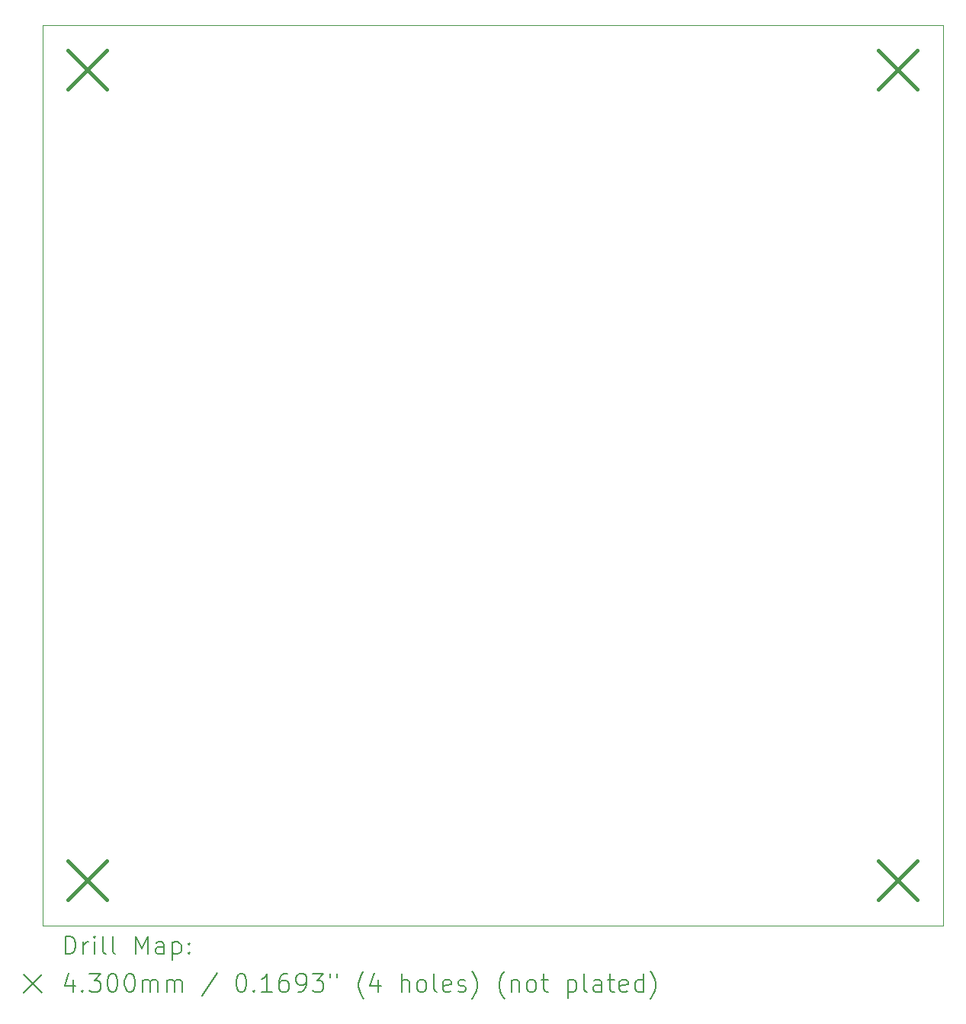
<source format=gbr>
%TF.GenerationSoftware,KiCad,Pcbnew,7.0.3*%
%TF.CreationDate,2023-06-01T17:59:56-04:00*%
%TF.ProjectId,MainModule,4d61696e-4d6f-4647-956c-652e6b696361,rev?*%
%TF.SameCoordinates,Original*%
%TF.FileFunction,Drillmap*%
%TF.FilePolarity,Positive*%
%FSLAX45Y45*%
G04 Gerber Fmt 4.5, Leading zero omitted, Abs format (unit mm)*
G04 Created by KiCad (PCBNEW 7.0.3) date 2023-06-01 17:59:56*
%MOMM*%
%LPD*%
G01*
G04 APERTURE LIST*
%ADD10C,0.100000*%
%ADD11C,0.200000*%
%ADD12C,0.430000*%
G04 APERTURE END LIST*
D10*
X0Y0D02*
X10000000Y0D01*
X10000000Y-10000000D01*
X0Y-10000000D01*
X0Y0D01*
D11*
D12*
X285000Y-285000D02*
X715000Y-715000D01*
X715000Y-285000D02*
X285000Y-715000D01*
X285000Y-9285000D02*
X715000Y-9715000D01*
X715000Y-9285000D02*
X285000Y-9715000D01*
X9285000Y-285000D02*
X9715000Y-715000D01*
X9715000Y-285000D02*
X9285000Y-715000D01*
X9285000Y-9285000D02*
X9715000Y-9715000D01*
X9715000Y-9285000D02*
X9285000Y-9715000D01*
D11*
X255777Y-10316484D02*
X255777Y-10116484D01*
X255777Y-10116484D02*
X303396Y-10116484D01*
X303396Y-10116484D02*
X331967Y-10126008D01*
X331967Y-10126008D02*
X351015Y-10145055D01*
X351015Y-10145055D02*
X360539Y-10164103D01*
X360539Y-10164103D02*
X370062Y-10202198D01*
X370062Y-10202198D02*
X370062Y-10230770D01*
X370062Y-10230770D02*
X360539Y-10268865D01*
X360539Y-10268865D02*
X351015Y-10287912D01*
X351015Y-10287912D02*
X331967Y-10306960D01*
X331967Y-10306960D02*
X303396Y-10316484D01*
X303396Y-10316484D02*
X255777Y-10316484D01*
X455777Y-10316484D02*
X455777Y-10183150D01*
X455777Y-10221246D02*
X465301Y-10202198D01*
X465301Y-10202198D02*
X474824Y-10192674D01*
X474824Y-10192674D02*
X493872Y-10183150D01*
X493872Y-10183150D02*
X512920Y-10183150D01*
X579586Y-10316484D02*
X579586Y-10183150D01*
X579586Y-10116484D02*
X570063Y-10126008D01*
X570063Y-10126008D02*
X579586Y-10135531D01*
X579586Y-10135531D02*
X589110Y-10126008D01*
X589110Y-10126008D02*
X579586Y-10116484D01*
X579586Y-10116484D02*
X579586Y-10135531D01*
X703396Y-10316484D02*
X684348Y-10306960D01*
X684348Y-10306960D02*
X674824Y-10287912D01*
X674824Y-10287912D02*
X674824Y-10116484D01*
X808158Y-10316484D02*
X789110Y-10306960D01*
X789110Y-10306960D02*
X779586Y-10287912D01*
X779586Y-10287912D02*
X779586Y-10116484D01*
X1036729Y-10316484D02*
X1036729Y-10116484D01*
X1036729Y-10116484D02*
X1103396Y-10259341D01*
X1103396Y-10259341D02*
X1170063Y-10116484D01*
X1170063Y-10116484D02*
X1170063Y-10316484D01*
X1351015Y-10316484D02*
X1351015Y-10211722D01*
X1351015Y-10211722D02*
X1341491Y-10192674D01*
X1341491Y-10192674D02*
X1322444Y-10183150D01*
X1322444Y-10183150D02*
X1284348Y-10183150D01*
X1284348Y-10183150D02*
X1265301Y-10192674D01*
X1351015Y-10306960D02*
X1331967Y-10316484D01*
X1331967Y-10316484D02*
X1284348Y-10316484D01*
X1284348Y-10316484D02*
X1265301Y-10306960D01*
X1265301Y-10306960D02*
X1255777Y-10287912D01*
X1255777Y-10287912D02*
X1255777Y-10268865D01*
X1255777Y-10268865D02*
X1265301Y-10249817D01*
X1265301Y-10249817D02*
X1284348Y-10240293D01*
X1284348Y-10240293D02*
X1331967Y-10240293D01*
X1331967Y-10240293D02*
X1351015Y-10230770D01*
X1446253Y-10183150D02*
X1446253Y-10383150D01*
X1446253Y-10192674D02*
X1465301Y-10183150D01*
X1465301Y-10183150D02*
X1503396Y-10183150D01*
X1503396Y-10183150D02*
X1522443Y-10192674D01*
X1522443Y-10192674D02*
X1531967Y-10202198D01*
X1531967Y-10202198D02*
X1541491Y-10221246D01*
X1541491Y-10221246D02*
X1541491Y-10278389D01*
X1541491Y-10278389D02*
X1531967Y-10297436D01*
X1531967Y-10297436D02*
X1522443Y-10306960D01*
X1522443Y-10306960D02*
X1503396Y-10316484D01*
X1503396Y-10316484D02*
X1465301Y-10316484D01*
X1465301Y-10316484D02*
X1446253Y-10306960D01*
X1627205Y-10297436D02*
X1636729Y-10306960D01*
X1636729Y-10306960D02*
X1627205Y-10316484D01*
X1627205Y-10316484D02*
X1617682Y-10306960D01*
X1617682Y-10306960D02*
X1627205Y-10297436D01*
X1627205Y-10297436D02*
X1627205Y-10316484D01*
X1627205Y-10192674D02*
X1636729Y-10202198D01*
X1636729Y-10202198D02*
X1627205Y-10211722D01*
X1627205Y-10211722D02*
X1617682Y-10202198D01*
X1617682Y-10202198D02*
X1627205Y-10192674D01*
X1627205Y-10192674D02*
X1627205Y-10211722D01*
X-205000Y-10545000D02*
X-5000Y-10745000D01*
X-5000Y-10545000D02*
X-205000Y-10745000D01*
X341491Y-10603150D02*
X341491Y-10736484D01*
X293872Y-10526960D02*
X246253Y-10669817D01*
X246253Y-10669817D02*
X370062Y-10669817D01*
X446253Y-10717436D02*
X455777Y-10726960D01*
X455777Y-10726960D02*
X446253Y-10736484D01*
X446253Y-10736484D02*
X436729Y-10726960D01*
X436729Y-10726960D02*
X446253Y-10717436D01*
X446253Y-10717436D02*
X446253Y-10736484D01*
X522443Y-10536484D02*
X646253Y-10536484D01*
X646253Y-10536484D02*
X579586Y-10612674D01*
X579586Y-10612674D02*
X608158Y-10612674D01*
X608158Y-10612674D02*
X627205Y-10622198D01*
X627205Y-10622198D02*
X636729Y-10631722D01*
X636729Y-10631722D02*
X646253Y-10650770D01*
X646253Y-10650770D02*
X646253Y-10698389D01*
X646253Y-10698389D02*
X636729Y-10717436D01*
X636729Y-10717436D02*
X627205Y-10726960D01*
X627205Y-10726960D02*
X608158Y-10736484D01*
X608158Y-10736484D02*
X551015Y-10736484D01*
X551015Y-10736484D02*
X531967Y-10726960D01*
X531967Y-10726960D02*
X522443Y-10717436D01*
X770062Y-10536484D02*
X789110Y-10536484D01*
X789110Y-10536484D02*
X808158Y-10546008D01*
X808158Y-10546008D02*
X817682Y-10555531D01*
X817682Y-10555531D02*
X827205Y-10574579D01*
X827205Y-10574579D02*
X836729Y-10612674D01*
X836729Y-10612674D02*
X836729Y-10660293D01*
X836729Y-10660293D02*
X827205Y-10698389D01*
X827205Y-10698389D02*
X817682Y-10717436D01*
X817682Y-10717436D02*
X808158Y-10726960D01*
X808158Y-10726960D02*
X789110Y-10736484D01*
X789110Y-10736484D02*
X770062Y-10736484D01*
X770062Y-10736484D02*
X751015Y-10726960D01*
X751015Y-10726960D02*
X741491Y-10717436D01*
X741491Y-10717436D02*
X731967Y-10698389D01*
X731967Y-10698389D02*
X722443Y-10660293D01*
X722443Y-10660293D02*
X722443Y-10612674D01*
X722443Y-10612674D02*
X731967Y-10574579D01*
X731967Y-10574579D02*
X741491Y-10555531D01*
X741491Y-10555531D02*
X751015Y-10546008D01*
X751015Y-10546008D02*
X770062Y-10536484D01*
X960539Y-10536484D02*
X979586Y-10536484D01*
X979586Y-10536484D02*
X998634Y-10546008D01*
X998634Y-10546008D02*
X1008158Y-10555531D01*
X1008158Y-10555531D02*
X1017682Y-10574579D01*
X1017682Y-10574579D02*
X1027205Y-10612674D01*
X1027205Y-10612674D02*
X1027205Y-10660293D01*
X1027205Y-10660293D02*
X1017682Y-10698389D01*
X1017682Y-10698389D02*
X1008158Y-10717436D01*
X1008158Y-10717436D02*
X998634Y-10726960D01*
X998634Y-10726960D02*
X979586Y-10736484D01*
X979586Y-10736484D02*
X960539Y-10736484D01*
X960539Y-10736484D02*
X941491Y-10726960D01*
X941491Y-10726960D02*
X931967Y-10717436D01*
X931967Y-10717436D02*
X922443Y-10698389D01*
X922443Y-10698389D02*
X912920Y-10660293D01*
X912920Y-10660293D02*
X912920Y-10612674D01*
X912920Y-10612674D02*
X922443Y-10574579D01*
X922443Y-10574579D02*
X931967Y-10555531D01*
X931967Y-10555531D02*
X941491Y-10546008D01*
X941491Y-10546008D02*
X960539Y-10536484D01*
X1112920Y-10736484D02*
X1112920Y-10603150D01*
X1112920Y-10622198D02*
X1122444Y-10612674D01*
X1122444Y-10612674D02*
X1141491Y-10603150D01*
X1141491Y-10603150D02*
X1170063Y-10603150D01*
X1170063Y-10603150D02*
X1189110Y-10612674D01*
X1189110Y-10612674D02*
X1198634Y-10631722D01*
X1198634Y-10631722D02*
X1198634Y-10736484D01*
X1198634Y-10631722D02*
X1208158Y-10612674D01*
X1208158Y-10612674D02*
X1227205Y-10603150D01*
X1227205Y-10603150D02*
X1255777Y-10603150D01*
X1255777Y-10603150D02*
X1274825Y-10612674D01*
X1274825Y-10612674D02*
X1284348Y-10631722D01*
X1284348Y-10631722D02*
X1284348Y-10736484D01*
X1379586Y-10736484D02*
X1379586Y-10603150D01*
X1379586Y-10622198D02*
X1389110Y-10612674D01*
X1389110Y-10612674D02*
X1408158Y-10603150D01*
X1408158Y-10603150D02*
X1436729Y-10603150D01*
X1436729Y-10603150D02*
X1455777Y-10612674D01*
X1455777Y-10612674D02*
X1465301Y-10631722D01*
X1465301Y-10631722D02*
X1465301Y-10736484D01*
X1465301Y-10631722D02*
X1474824Y-10612674D01*
X1474824Y-10612674D02*
X1493872Y-10603150D01*
X1493872Y-10603150D02*
X1522443Y-10603150D01*
X1522443Y-10603150D02*
X1541491Y-10612674D01*
X1541491Y-10612674D02*
X1551015Y-10631722D01*
X1551015Y-10631722D02*
X1551015Y-10736484D01*
X1941491Y-10526960D02*
X1770063Y-10784103D01*
X2198634Y-10536484D02*
X2217682Y-10536484D01*
X2217682Y-10536484D02*
X2236729Y-10546008D01*
X2236729Y-10546008D02*
X2246253Y-10555531D01*
X2246253Y-10555531D02*
X2255777Y-10574579D01*
X2255777Y-10574579D02*
X2265301Y-10612674D01*
X2265301Y-10612674D02*
X2265301Y-10660293D01*
X2265301Y-10660293D02*
X2255777Y-10698389D01*
X2255777Y-10698389D02*
X2246253Y-10717436D01*
X2246253Y-10717436D02*
X2236729Y-10726960D01*
X2236729Y-10726960D02*
X2217682Y-10736484D01*
X2217682Y-10736484D02*
X2198634Y-10736484D01*
X2198634Y-10736484D02*
X2179587Y-10726960D01*
X2179587Y-10726960D02*
X2170063Y-10717436D01*
X2170063Y-10717436D02*
X2160539Y-10698389D01*
X2160539Y-10698389D02*
X2151015Y-10660293D01*
X2151015Y-10660293D02*
X2151015Y-10612674D01*
X2151015Y-10612674D02*
X2160539Y-10574579D01*
X2160539Y-10574579D02*
X2170063Y-10555531D01*
X2170063Y-10555531D02*
X2179587Y-10546008D01*
X2179587Y-10546008D02*
X2198634Y-10536484D01*
X2351015Y-10717436D02*
X2360539Y-10726960D01*
X2360539Y-10726960D02*
X2351015Y-10736484D01*
X2351015Y-10736484D02*
X2341491Y-10726960D01*
X2341491Y-10726960D02*
X2351015Y-10717436D01*
X2351015Y-10717436D02*
X2351015Y-10736484D01*
X2551015Y-10736484D02*
X2436729Y-10736484D01*
X2493872Y-10736484D02*
X2493872Y-10536484D01*
X2493872Y-10536484D02*
X2474825Y-10565055D01*
X2474825Y-10565055D02*
X2455777Y-10584103D01*
X2455777Y-10584103D02*
X2436729Y-10593627D01*
X2722444Y-10536484D02*
X2684348Y-10536484D01*
X2684348Y-10536484D02*
X2665301Y-10546008D01*
X2665301Y-10546008D02*
X2655777Y-10555531D01*
X2655777Y-10555531D02*
X2636729Y-10584103D01*
X2636729Y-10584103D02*
X2627206Y-10622198D01*
X2627206Y-10622198D02*
X2627206Y-10698389D01*
X2627206Y-10698389D02*
X2636729Y-10717436D01*
X2636729Y-10717436D02*
X2646253Y-10726960D01*
X2646253Y-10726960D02*
X2665301Y-10736484D01*
X2665301Y-10736484D02*
X2703396Y-10736484D01*
X2703396Y-10736484D02*
X2722444Y-10726960D01*
X2722444Y-10726960D02*
X2731968Y-10717436D01*
X2731968Y-10717436D02*
X2741491Y-10698389D01*
X2741491Y-10698389D02*
X2741491Y-10650770D01*
X2741491Y-10650770D02*
X2731968Y-10631722D01*
X2731968Y-10631722D02*
X2722444Y-10622198D01*
X2722444Y-10622198D02*
X2703396Y-10612674D01*
X2703396Y-10612674D02*
X2665301Y-10612674D01*
X2665301Y-10612674D02*
X2646253Y-10622198D01*
X2646253Y-10622198D02*
X2636729Y-10631722D01*
X2636729Y-10631722D02*
X2627206Y-10650770D01*
X2836729Y-10736484D02*
X2874825Y-10736484D01*
X2874825Y-10736484D02*
X2893872Y-10726960D01*
X2893872Y-10726960D02*
X2903396Y-10717436D01*
X2903396Y-10717436D02*
X2922444Y-10688865D01*
X2922444Y-10688865D02*
X2931967Y-10650770D01*
X2931967Y-10650770D02*
X2931967Y-10574579D01*
X2931967Y-10574579D02*
X2922444Y-10555531D01*
X2922444Y-10555531D02*
X2912920Y-10546008D01*
X2912920Y-10546008D02*
X2893872Y-10536484D01*
X2893872Y-10536484D02*
X2855777Y-10536484D01*
X2855777Y-10536484D02*
X2836729Y-10546008D01*
X2836729Y-10546008D02*
X2827206Y-10555531D01*
X2827206Y-10555531D02*
X2817682Y-10574579D01*
X2817682Y-10574579D02*
X2817682Y-10622198D01*
X2817682Y-10622198D02*
X2827206Y-10641246D01*
X2827206Y-10641246D02*
X2836729Y-10650770D01*
X2836729Y-10650770D02*
X2855777Y-10660293D01*
X2855777Y-10660293D02*
X2893872Y-10660293D01*
X2893872Y-10660293D02*
X2912920Y-10650770D01*
X2912920Y-10650770D02*
X2922444Y-10641246D01*
X2922444Y-10641246D02*
X2931967Y-10622198D01*
X2998634Y-10536484D02*
X3122444Y-10536484D01*
X3122444Y-10536484D02*
X3055777Y-10612674D01*
X3055777Y-10612674D02*
X3084348Y-10612674D01*
X3084348Y-10612674D02*
X3103396Y-10622198D01*
X3103396Y-10622198D02*
X3112920Y-10631722D01*
X3112920Y-10631722D02*
X3122444Y-10650770D01*
X3122444Y-10650770D02*
X3122444Y-10698389D01*
X3122444Y-10698389D02*
X3112920Y-10717436D01*
X3112920Y-10717436D02*
X3103396Y-10726960D01*
X3103396Y-10726960D02*
X3084348Y-10736484D01*
X3084348Y-10736484D02*
X3027206Y-10736484D01*
X3027206Y-10736484D02*
X3008158Y-10726960D01*
X3008158Y-10726960D02*
X2998634Y-10717436D01*
X3198634Y-10536484D02*
X3198634Y-10574579D01*
X3274825Y-10536484D02*
X3274825Y-10574579D01*
X3570063Y-10812674D02*
X3560539Y-10803150D01*
X3560539Y-10803150D02*
X3541491Y-10774579D01*
X3541491Y-10774579D02*
X3531968Y-10755531D01*
X3531968Y-10755531D02*
X3522444Y-10726960D01*
X3522444Y-10726960D02*
X3512920Y-10679341D01*
X3512920Y-10679341D02*
X3512920Y-10641246D01*
X3512920Y-10641246D02*
X3522444Y-10593627D01*
X3522444Y-10593627D02*
X3531968Y-10565055D01*
X3531968Y-10565055D02*
X3541491Y-10546008D01*
X3541491Y-10546008D02*
X3560539Y-10517436D01*
X3560539Y-10517436D02*
X3570063Y-10507912D01*
X3731968Y-10603150D02*
X3731968Y-10736484D01*
X3684348Y-10526960D02*
X3636729Y-10669817D01*
X3636729Y-10669817D02*
X3760539Y-10669817D01*
X3989110Y-10736484D02*
X3989110Y-10536484D01*
X4074825Y-10736484D02*
X4074825Y-10631722D01*
X4074825Y-10631722D02*
X4065301Y-10612674D01*
X4065301Y-10612674D02*
X4046253Y-10603150D01*
X4046253Y-10603150D02*
X4017682Y-10603150D01*
X4017682Y-10603150D02*
X3998634Y-10612674D01*
X3998634Y-10612674D02*
X3989110Y-10622198D01*
X4198634Y-10736484D02*
X4179587Y-10726960D01*
X4179587Y-10726960D02*
X4170063Y-10717436D01*
X4170063Y-10717436D02*
X4160539Y-10698389D01*
X4160539Y-10698389D02*
X4160539Y-10641246D01*
X4160539Y-10641246D02*
X4170063Y-10622198D01*
X4170063Y-10622198D02*
X4179587Y-10612674D01*
X4179587Y-10612674D02*
X4198634Y-10603150D01*
X4198634Y-10603150D02*
X4227206Y-10603150D01*
X4227206Y-10603150D02*
X4246253Y-10612674D01*
X4246253Y-10612674D02*
X4255777Y-10622198D01*
X4255777Y-10622198D02*
X4265301Y-10641246D01*
X4265301Y-10641246D02*
X4265301Y-10698389D01*
X4265301Y-10698389D02*
X4255777Y-10717436D01*
X4255777Y-10717436D02*
X4246253Y-10726960D01*
X4246253Y-10726960D02*
X4227206Y-10736484D01*
X4227206Y-10736484D02*
X4198634Y-10736484D01*
X4379587Y-10736484D02*
X4360539Y-10726960D01*
X4360539Y-10726960D02*
X4351015Y-10707912D01*
X4351015Y-10707912D02*
X4351015Y-10536484D01*
X4531968Y-10726960D02*
X4512920Y-10736484D01*
X4512920Y-10736484D02*
X4474825Y-10736484D01*
X4474825Y-10736484D02*
X4455777Y-10726960D01*
X4455777Y-10726960D02*
X4446253Y-10707912D01*
X4446253Y-10707912D02*
X4446253Y-10631722D01*
X4446253Y-10631722D02*
X4455777Y-10612674D01*
X4455777Y-10612674D02*
X4474825Y-10603150D01*
X4474825Y-10603150D02*
X4512920Y-10603150D01*
X4512920Y-10603150D02*
X4531968Y-10612674D01*
X4531968Y-10612674D02*
X4541492Y-10631722D01*
X4541492Y-10631722D02*
X4541492Y-10650770D01*
X4541492Y-10650770D02*
X4446253Y-10669817D01*
X4617682Y-10726960D02*
X4636730Y-10736484D01*
X4636730Y-10736484D02*
X4674825Y-10736484D01*
X4674825Y-10736484D02*
X4693873Y-10726960D01*
X4693873Y-10726960D02*
X4703396Y-10707912D01*
X4703396Y-10707912D02*
X4703396Y-10698389D01*
X4703396Y-10698389D02*
X4693873Y-10679341D01*
X4693873Y-10679341D02*
X4674825Y-10669817D01*
X4674825Y-10669817D02*
X4646253Y-10669817D01*
X4646253Y-10669817D02*
X4627206Y-10660293D01*
X4627206Y-10660293D02*
X4617682Y-10641246D01*
X4617682Y-10641246D02*
X4617682Y-10631722D01*
X4617682Y-10631722D02*
X4627206Y-10612674D01*
X4627206Y-10612674D02*
X4646253Y-10603150D01*
X4646253Y-10603150D02*
X4674825Y-10603150D01*
X4674825Y-10603150D02*
X4693873Y-10612674D01*
X4770063Y-10812674D02*
X4779587Y-10803150D01*
X4779587Y-10803150D02*
X4798634Y-10774579D01*
X4798634Y-10774579D02*
X4808158Y-10755531D01*
X4808158Y-10755531D02*
X4817682Y-10726960D01*
X4817682Y-10726960D02*
X4827206Y-10679341D01*
X4827206Y-10679341D02*
X4827206Y-10641246D01*
X4827206Y-10641246D02*
X4817682Y-10593627D01*
X4817682Y-10593627D02*
X4808158Y-10565055D01*
X4808158Y-10565055D02*
X4798634Y-10546008D01*
X4798634Y-10546008D02*
X4779587Y-10517436D01*
X4779587Y-10517436D02*
X4770063Y-10507912D01*
X5131968Y-10812674D02*
X5122444Y-10803150D01*
X5122444Y-10803150D02*
X5103396Y-10774579D01*
X5103396Y-10774579D02*
X5093873Y-10755531D01*
X5093873Y-10755531D02*
X5084349Y-10726960D01*
X5084349Y-10726960D02*
X5074825Y-10679341D01*
X5074825Y-10679341D02*
X5074825Y-10641246D01*
X5074825Y-10641246D02*
X5084349Y-10593627D01*
X5084349Y-10593627D02*
X5093873Y-10565055D01*
X5093873Y-10565055D02*
X5103396Y-10546008D01*
X5103396Y-10546008D02*
X5122444Y-10517436D01*
X5122444Y-10517436D02*
X5131968Y-10507912D01*
X5208158Y-10603150D02*
X5208158Y-10736484D01*
X5208158Y-10622198D02*
X5217682Y-10612674D01*
X5217682Y-10612674D02*
X5236730Y-10603150D01*
X5236730Y-10603150D02*
X5265301Y-10603150D01*
X5265301Y-10603150D02*
X5284349Y-10612674D01*
X5284349Y-10612674D02*
X5293873Y-10631722D01*
X5293873Y-10631722D02*
X5293873Y-10736484D01*
X5417682Y-10736484D02*
X5398634Y-10726960D01*
X5398634Y-10726960D02*
X5389111Y-10717436D01*
X5389111Y-10717436D02*
X5379587Y-10698389D01*
X5379587Y-10698389D02*
X5379587Y-10641246D01*
X5379587Y-10641246D02*
X5389111Y-10622198D01*
X5389111Y-10622198D02*
X5398634Y-10612674D01*
X5398634Y-10612674D02*
X5417682Y-10603150D01*
X5417682Y-10603150D02*
X5446254Y-10603150D01*
X5446254Y-10603150D02*
X5465301Y-10612674D01*
X5465301Y-10612674D02*
X5474825Y-10622198D01*
X5474825Y-10622198D02*
X5484349Y-10641246D01*
X5484349Y-10641246D02*
X5484349Y-10698389D01*
X5484349Y-10698389D02*
X5474825Y-10717436D01*
X5474825Y-10717436D02*
X5465301Y-10726960D01*
X5465301Y-10726960D02*
X5446254Y-10736484D01*
X5446254Y-10736484D02*
X5417682Y-10736484D01*
X5541492Y-10603150D02*
X5617682Y-10603150D01*
X5570063Y-10536484D02*
X5570063Y-10707912D01*
X5570063Y-10707912D02*
X5579587Y-10726960D01*
X5579587Y-10726960D02*
X5598634Y-10736484D01*
X5598634Y-10736484D02*
X5617682Y-10736484D01*
X5836730Y-10603150D02*
X5836730Y-10803150D01*
X5836730Y-10612674D02*
X5855777Y-10603150D01*
X5855777Y-10603150D02*
X5893873Y-10603150D01*
X5893873Y-10603150D02*
X5912920Y-10612674D01*
X5912920Y-10612674D02*
X5922444Y-10622198D01*
X5922444Y-10622198D02*
X5931968Y-10641246D01*
X5931968Y-10641246D02*
X5931968Y-10698389D01*
X5931968Y-10698389D02*
X5922444Y-10717436D01*
X5922444Y-10717436D02*
X5912920Y-10726960D01*
X5912920Y-10726960D02*
X5893873Y-10736484D01*
X5893873Y-10736484D02*
X5855777Y-10736484D01*
X5855777Y-10736484D02*
X5836730Y-10726960D01*
X6046253Y-10736484D02*
X6027206Y-10726960D01*
X6027206Y-10726960D02*
X6017682Y-10707912D01*
X6017682Y-10707912D02*
X6017682Y-10536484D01*
X6208158Y-10736484D02*
X6208158Y-10631722D01*
X6208158Y-10631722D02*
X6198634Y-10612674D01*
X6198634Y-10612674D02*
X6179587Y-10603150D01*
X6179587Y-10603150D02*
X6141492Y-10603150D01*
X6141492Y-10603150D02*
X6122444Y-10612674D01*
X6208158Y-10726960D02*
X6189111Y-10736484D01*
X6189111Y-10736484D02*
X6141492Y-10736484D01*
X6141492Y-10736484D02*
X6122444Y-10726960D01*
X6122444Y-10726960D02*
X6112920Y-10707912D01*
X6112920Y-10707912D02*
X6112920Y-10688865D01*
X6112920Y-10688865D02*
X6122444Y-10669817D01*
X6122444Y-10669817D02*
X6141492Y-10660293D01*
X6141492Y-10660293D02*
X6189111Y-10660293D01*
X6189111Y-10660293D02*
X6208158Y-10650770D01*
X6274825Y-10603150D02*
X6351015Y-10603150D01*
X6303396Y-10536484D02*
X6303396Y-10707912D01*
X6303396Y-10707912D02*
X6312920Y-10726960D01*
X6312920Y-10726960D02*
X6331968Y-10736484D01*
X6331968Y-10736484D02*
X6351015Y-10736484D01*
X6493873Y-10726960D02*
X6474825Y-10736484D01*
X6474825Y-10736484D02*
X6436730Y-10736484D01*
X6436730Y-10736484D02*
X6417682Y-10726960D01*
X6417682Y-10726960D02*
X6408158Y-10707912D01*
X6408158Y-10707912D02*
X6408158Y-10631722D01*
X6408158Y-10631722D02*
X6417682Y-10612674D01*
X6417682Y-10612674D02*
X6436730Y-10603150D01*
X6436730Y-10603150D02*
X6474825Y-10603150D01*
X6474825Y-10603150D02*
X6493873Y-10612674D01*
X6493873Y-10612674D02*
X6503396Y-10631722D01*
X6503396Y-10631722D02*
X6503396Y-10650770D01*
X6503396Y-10650770D02*
X6408158Y-10669817D01*
X6674825Y-10736484D02*
X6674825Y-10536484D01*
X6674825Y-10726960D02*
X6655777Y-10736484D01*
X6655777Y-10736484D02*
X6617682Y-10736484D01*
X6617682Y-10736484D02*
X6598634Y-10726960D01*
X6598634Y-10726960D02*
X6589111Y-10717436D01*
X6589111Y-10717436D02*
X6579587Y-10698389D01*
X6579587Y-10698389D02*
X6579587Y-10641246D01*
X6579587Y-10641246D02*
X6589111Y-10622198D01*
X6589111Y-10622198D02*
X6598634Y-10612674D01*
X6598634Y-10612674D02*
X6617682Y-10603150D01*
X6617682Y-10603150D02*
X6655777Y-10603150D01*
X6655777Y-10603150D02*
X6674825Y-10612674D01*
X6751015Y-10812674D02*
X6760539Y-10803150D01*
X6760539Y-10803150D02*
X6779587Y-10774579D01*
X6779587Y-10774579D02*
X6789111Y-10755531D01*
X6789111Y-10755531D02*
X6798634Y-10726960D01*
X6798634Y-10726960D02*
X6808158Y-10679341D01*
X6808158Y-10679341D02*
X6808158Y-10641246D01*
X6808158Y-10641246D02*
X6798634Y-10593627D01*
X6798634Y-10593627D02*
X6789111Y-10565055D01*
X6789111Y-10565055D02*
X6779587Y-10546008D01*
X6779587Y-10546008D02*
X6760539Y-10517436D01*
X6760539Y-10517436D02*
X6751015Y-10507912D01*
M02*

</source>
